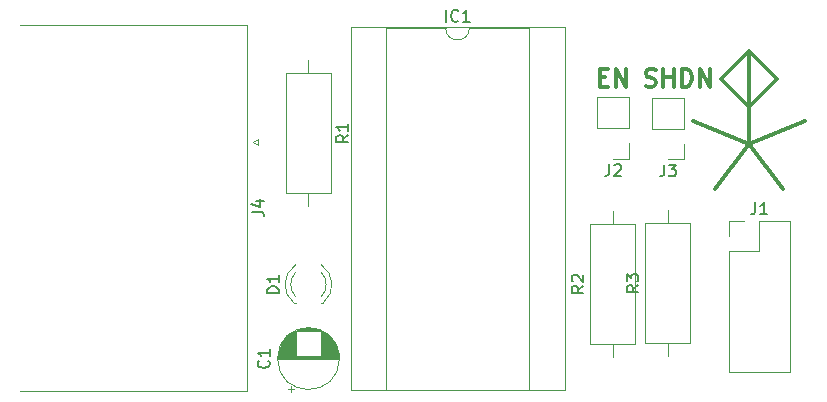
<source format=gbr>
G04 #@! TF.GenerationSoftware,KiCad,Pcbnew,(5.1.2-1)-1*
G04 #@! TF.CreationDate,2022-02-06T17:07:09+01:00*
G04 #@! TF.ProjectId,RS232interface,52533233-3269-46e7-9465-72666163652e,rev?*
G04 #@! TF.SameCoordinates,Original*
G04 #@! TF.FileFunction,Legend,Top*
G04 #@! TF.FilePolarity,Positive*
%FSLAX46Y46*%
G04 Gerber Fmt 4.6, Leading zero omitted, Abs format (unit mm)*
G04 Created by KiCad (PCBNEW (5.1.2-1)-1) date 2022-02-06 17:07:09*
%MOMM*%
%LPD*%
G04 APERTURE LIST*
%ADD10C,0.300000*%
%ADD11C,0.120000*%
%ADD12C,0.150000*%
G04 APERTURE END LIST*
D10*
X128200000Y-51207142D02*
X130580952Y-53588095D01*
X128200000Y-55969047D01*
X125819047Y-53588095D01*
X128200000Y-51207142D01*
X128200000Y-55969047D01*
X128200000Y-54297619D02*
X128200000Y-59059523D01*
X123438095Y-57154761D02*
X128200000Y-59059523D01*
X132961904Y-57154761D01*
X125342857Y-62869047D02*
X128200000Y-59059523D01*
X131057142Y-62869047D01*
X119450000Y-54157142D02*
X119664285Y-54228571D01*
X120021428Y-54228571D01*
X120164285Y-54157142D01*
X120235714Y-54085714D01*
X120307142Y-53942857D01*
X120307142Y-53800000D01*
X120235714Y-53657142D01*
X120164285Y-53585714D01*
X120021428Y-53514285D01*
X119735714Y-53442857D01*
X119592857Y-53371428D01*
X119521428Y-53300000D01*
X119450000Y-53157142D01*
X119450000Y-53014285D01*
X119521428Y-52871428D01*
X119592857Y-52800000D01*
X119735714Y-52728571D01*
X120092857Y-52728571D01*
X120307142Y-52800000D01*
X120950000Y-54228571D02*
X120950000Y-52728571D01*
X120950000Y-53442857D02*
X121807142Y-53442857D01*
X121807142Y-54228571D02*
X121807142Y-52728571D01*
X122521428Y-54228571D02*
X122521428Y-52728571D01*
X122878571Y-52728571D01*
X123092857Y-52800000D01*
X123235714Y-52942857D01*
X123307142Y-53085714D01*
X123378571Y-53371428D01*
X123378571Y-53585714D01*
X123307142Y-53871428D01*
X123235714Y-54014285D01*
X123092857Y-54157142D01*
X122878571Y-54228571D01*
X122521428Y-54228571D01*
X124021428Y-54228571D02*
X124021428Y-52728571D01*
X124878571Y-54228571D01*
X124878571Y-52728571D01*
X115542857Y-53442857D02*
X116042857Y-53442857D01*
X116257142Y-54228571D02*
X115542857Y-54228571D01*
X115542857Y-52728571D01*
X116257142Y-52728571D01*
X116900000Y-54228571D02*
X116900000Y-52728571D01*
X117757142Y-54228571D01*
X117757142Y-52728571D01*
D11*
X121300000Y-64700000D02*
X121300000Y-65810000D01*
X121300000Y-77060000D02*
X121300000Y-75950000D01*
X119380000Y-65810000D02*
X119380000Y-75950000D01*
X123220000Y-65810000D02*
X119380000Y-65810000D01*
X123220000Y-75950000D02*
X123220000Y-65810000D01*
X119380000Y-75950000D02*
X123220000Y-75950000D01*
X116650000Y-64750000D02*
X116650000Y-65860000D01*
X116650000Y-77110000D02*
X116650000Y-76000000D01*
X114730000Y-65860000D02*
X114730000Y-76000000D01*
X118570000Y-65860000D02*
X114730000Y-65860000D01*
X118570000Y-76000000D02*
X118570000Y-65860000D01*
X114730000Y-76000000D02*
X118570000Y-76000000D01*
X90900000Y-64350000D02*
X90900000Y-63240000D01*
X90900000Y-51990000D02*
X90900000Y-53100000D01*
X92820000Y-63240000D02*
X92820000Y-53100000D01*
X88980000Y-63240000D02*
X92820000Y-63240000D01*
X88980000Y-53100000D02*
X88980000Y-63240000D01*
X92820000Y-53100000D02*
X88980000Y-53100000D01*
X112580000Y-49210000D02*
X94460000Y-49210000D01*
X112580000Y-79930000D02*
X112580000Y-49210000D01*
X94460000Y-79930000D02*
X112580000Y-79930000D01*
X94460000Y-49210000D02*
X94460000Y-79930000D01*
X109580000Y-49270000D02*
X104520000Y-49270000D01*
X109580000Y-79870000D02*
X109580000Y-49270000D01*
X97460000Y-79870000D02*
X109580000Y-79870000D01*
X97460000Y-49270000D02*
X97460000Y-79870000D01*
X102520000Y-49270000D02*
X97460000Y-49270000D01*
X104520000Y-49270000D02*
G75*
G02X102520000Y-49270000I-1000000J0D01*
G01*
X86171325Y-58950000D02*
X86604338Y-58700000D01*
X86604338Y-59200000D02*
X86171325Y-58950000D01*
X86604338Y-58700000D02*
X86604338Y-59200000D01*
X85710000Y-79975000D02*
X66510000Y-79975000D01*
X85710000Y-49005000D02*
X85710000Y-79975000D01*
X66510000Y-49005000D02*
X85710000Y-49005000D01*
X122680000Y-60380000D02*
X121350000Y-60380000D01*
X122680000Y-59050000D02*
X122680000Y-60380000D01*
X122680000Y-57780000D02*
X120020000Y-57780000D01*
X120020000Y-57780000D02*
X120020000Y-55180000D01*
X122680000Y-57780000D02*
X122680000Y-55180000D01*
X122680000Y-55180000D02*
X120020000Y-55180000D01*
X118030000Y-60330000D02*
X116700000Y-60330000D01*
X118030000Y-59000000D02*
X118030000Y-60330000D01*
X118030000Y-57730000D02*
X115370000Y-57730000D01*
X115370000Y-57730000D02*
X115370000Y-55130000D01*
X118030000Y-57730000D02*
X118030000Y-55130000D01*
X118030000Y-55130000D02*
X115370000Y-55130000D01*
X126470000Y-65570000D02*
X127800000Y-65570000D01*
X126470000Y-66900000D02*
X126470000Y-65570000D01*
X129070000Y-65570000D02*
X131670000Y-65570000D01*
X129070000Y-68170000D02*
X129070000Y-65570000D01*
X126470000Y-68170000D02*
X129070000Y-68170000D01*
X131670000Y-65570000D02*
X131670000Y-78390000D01*
X126470000Y-68170000D02*
X126470000Y-78390000D01*
X126470000Y-78390000D02*
X131670000Y-78390000D01*
X91980000Y-72540000D02*
X92136000Y-72540000D01*
X89664000Y-72540000D02*
X89820000Y-72540000D01*
X91979837Y-69938870D02*
G75*
G02X91980000Y-72020961I-1079837J-1041130D01*
G01*
X89820163Y-69938870D02*
G75*
G03X89820000Y-72020961I1079837J-1041130D01*
G01*
X91978608Y-69307665D02*
G75*
G02X92135516Y-72540000I-1078608J-1672335D01*
G01*
X89821392Y-69307665D02*
G75*
G03X89664484Y-72540000I1078608J-1672335D01*
G01*
X89175000Y-79804775D02*
X89675000Y-79804775D01*
X89425000Y-80054775D02*
X89425000Y-79554775D01*
X90616000Y-74649000D02*
X91184000Y-74649000D01*
X90382000Y-74689000D02*
X91418000Y-74689000D01*
X90223000Y-74729000D02*
X91577000Y-74729000D01*
X90095000Y-74769000D02*
X91705000Y-74769000D01*
X89985000Y-74809000D02*
X91815000Y-74809000D01*
X89889000Y-74849000D02*
X91911000Y-74849000D01*
X89802000Y-74889000D02*
X91998000Y-74889000D01*
X89722000Y-74929000D02*
X92078000Y-74929000D01*
X91940000Y-74969000D02*
X92151000Y-74969000D01*
X89649000Y-74969000D02*
X89860000Y-74969000D01*
X91940000Y-75009000D02*
X92219000Y-75009000D01*
X89581000Y-75009000D02*
X89860000Y-75009000D01*
X91940000Y-75049000D02*
X92283000Y-75049000D01*
X89517000Y-75049000D02*
X89860000Y-75049000D01*
X91940000Y-75089000D02*
X92343000Y-75089000D01*
X89457000Y-75089000D02*
X89860000Y-75089000D01*
X91940000Y-75129000D02*
X92400000Y-75129000D01*
X89400000Y-75129000D02*
X89860000Y-75129000D01*
X91940000Y-75169000D02*
X92454000Y-75169000D01*
X89346000Y-75169000D02*
X89860000Y-75169000D01*
X91940000Y-75209000D02*
X92505000Y-75209000D01*
X89295000Y-75209000D02*
X89860000Y-75209000D01*
X91940000Y-75249000D02*
X92553000Y-75249000D01*
X89247000Y-75249000D02*
X89860000Y-75249000D01*
X91940000Y-75289000D02*
X92599000Y-75289000D01*
X89201000Y-75289000D02*
X89860000Y-75289000D01*
X91940000Y-75329000D02*
X92643000Y-75329000D01*
X89157000Y-75329000D02*
X89860000Y-75329000D01*
X91940000Y-75369000D02*
X92685000Y-75369000D01*
X89115000Y-75369000D02*
X89860000Y-75369000D01*
X91940000Y-75409000D02*
X92726000Y-75409000D01*
X89074000Y-75409000D02*
X89860000Y-75409000D01*
X91940000Y-75449000D02*
X92764000Y-75449000D01*
X89036000Y-75449000D02*
X89860000Y-75449000D01*
X91940000Y-75489000D02*
X92801000Y-75489000D01*
X88999000Y-75489000D02*
X89860000Y-75489000D01*
X91940000Y-75529000D02*
X92837000Y-75529000D01*
X88963000Y-75529000D02*
X89860000Y-75529000D01*
X91940000Y-75569000D02*
X92871000Y-75569000D01*
X88929000Y-75569000D02*
X89860000Y-75569000D01*
X91940000Y-75609000D02*
X92904000Y-75609000D01*
X88896000Y-75609000D02*
X89860000Y-75609000D01*
X91940000Y-75649000D02*
X92935000Y-75649000D01*
X88865000Y-75649000D02*
X89860000Y-75649000D01*
X91940000Y-75689000D02*
X92965000Y-75689000D01*
X88835000Y-75689000D02*
X89860000Y-75689000D01*
X91940000Y-75729000D02*
X92995000Y-75729000D01*
X88805000Y-75729000D02*
X89860000Y-75729000D01*
X91940000Y-75769000D02*
X93022000Y-75769000D01*
X88778000Y-75769000D02*
X89860000Y-75769000D01*
X91940000Y-75809000D02*
X93049000Y-75809000D01*
X88751000Y-75809000D02*
X89860000Y-75809000D01*
X91940000Y-75849000D02*
X93075000Y-75849000D01*
X88725000Y-75849000D02*
X89860000Y-75849000D01*
X91940000Y-75889000D02*
X93100000Y-75889000D01*
X88700000Y-75889000D02*
X89860000Y-75889000D01*
X91940000Y-75929000D02*
X93124000Y-75929000D01*
X88676000Y-75929000D02*
X89860000Y-75929000D01*
X91940000Y-75969000D02*
X93147000Y-75969000D01*
X88653000Y-75969000D02*
X89860000Y-75969000D01*
X91940000Y-76009000D02*
X93168000Y-76009000D01*
X88632000Y-76009000D02*
X89860000Y-76009000D01*
X91940000Y-76049000D02*
X93190000Y-76049000D01*
X88610000Y-76049000D02*
X89860000Y-76049000D01*
X91940000Y-76089000D02*
X93210000Y-76089000D01*
X88590000Y-76089000D02*
X89860000Y-76089000D01*
X91940000Y-76129000D02*
X93229000Y-76129000D01*
X88571000Y-76129000D02*
X89860000Y-76129000D01*
X91940000Y-76169000D02*
X93248000Y-76169000D01*
X88552000Y-76169000D02*
X89860000Y-76169000D01*
X91940000Y-76209000D02*
X93265000Y-76209000D01*
X88535000Y-76209000D02*
X89860000Y-76209000D01*
X91940000Y-76249000D02*
X93282000Y-76249000D01*
X88518000Y-76249000D02*
X89860000Y-76249000D01*
X91940000Y-76289000D02*
X93298000Y-76289000D01*
X88502000Y-76289000D02*
X89860000Y-76289000D01*
X91940000Y-76329000D02*
X93314000Y-76329000D01*
X88486000Y-76329000D02*
X89860000Y-76329000D01*
X91940000Y-76369000D02*
X93328000Y-76369000D01*
X88472000Y-76369000D02*
X89860000Y-76369000D01*
X91940000Y-76409000D02*
X93342000Y-76409000D01*
X88458000Y-76409000D02*
X89860000Y-76409000D01*
X91940000Y-76449000D02*
X93355000Y-76449000D01*
X88445000Y-76449000D02*
X89860000Y-76449000D01*
X91940000Y-76489000D02*
X93368000Y-76489000D01*
X88432000Y-76489000D02*
X89860000Y-76489000D01*
X91940000Y-76529000D02*
X93380000Y-76529000D01*
X88420000Y-76529000D02*
X89860000Y-76529000D01*
X91940000Y-76570000D02*
X93391000Y-76570000D01*
X88409000Y-76570000D02*
X89860000Y-76570000D01*
X91940000Y-76610000D02*
X93401000Y-76610000D01*
X88399000Y-76610000D02*
X89860000Y-76610000D01*
X91940000Y-76650000D02*
X93411000Y-76650000D01*
X88389000Y-76650000D02*
X89860000Y-76650000D01*
X91940000Y-76690000D02*
X93420000Y-76690000D01*
X88380000Y-76690000D02*
X89860000Y-76690000D01*
X91940000Y-76730000D02*
X93428000Y-76730000D01*
X88372000Y-76730000D02*
X89860000Y-76730000D01*
X91940000Y-76770000D02*
X93436000Y-76770000D01*
X88364000Y-76770000D02*
X89860000Y-76770000D01*
X91940000Y-76810000D02*
X93443000Y-76810000D01*
X88357000Y-76810000D02*
X89860000Y-76810000D01*
X91940000Y-76850000D02*
X93450000Y-76850000D01*
X88350000Y-76850000D02*
X89860000Y-76850000D01*
X91940000Y-76890000D02*
X93456000Y-76890000D01*
X88344000Y-76890000D02*
X89860000Y-76890000D01*
X91940000Y-76930000D02*
X93461000Y-76930000D01*
X88339000Y-76930000D02*
X89860000Y-76930000D01*
X91940000Y-76970000D02*
X93465000Y-76970000D01*
X88335000Y-76970000D02*
X89860000Y-76970000D01*
X91940000Y-77010000D02*
X93469000Y-77010000D01*
X88331000Y-77010000D02*
X89860000Y-77010000D01*
X88327000Y-77050000D02*
X93473000Y-77050000D01*
X88324000Y-77090000D02*
X93476000Y-77090000D01*
X88322000Y-77130000D02*
X93478000Y-77130000D01*
X88321000Y-77170000D02*
X93479000Y-77170000D01*
X88320000Y-77210000D02*
X93480000Y-77210000D01*
X88320000Y-77250000D02*
X93480000Y-77250000D01*
X93520000Y-77250000D02*
G75*
G03X93520000Y-77250000I-2620000J0D01*
G01*
D12*
X118832380Y-71046666D02*
X118356190Y-71380000D01*
X118832380Y-71618095D02*
X117832380Y-71618095D01*
X117832380Y-71237142D01*
X117880000Y-71141904D01*
X117927619Y-71094285D01*
X118022857Y-71046666D01*
X118165714Y-71046666D01*
X118260952Y-71094285D01*
X118308571Y-71141904D01*
X118356190Y-71237142D01*
X118356190Y-71618095D01*
X117832380Y-70713333D02*
X117832380Y-70094285D01*
X118213333Y-70427619D01*
X118213333Y-70284761D01*
X118260952Y-70189523D01*
X118308571Y-70141904D01*
X118403809Y-70094285D01*
X118641904Y-70094285D01*
X118737142Y-70141904D01*
X118784761Y-70189523D01*
X118832380Y-70284761D01*
X118832380Y-70570476D01*
X118784761Y-70665714D01*
X118737142Y-70713333D01*
X114182380Y-71096666D02*
X113706190Y-71430000D01*
X114182380Y-71668095D02*
X113182380Y-71668095D01*
X113182380Y-71287142D01*
X113230000Y-71191904D01*
X113277619Y-71144285D01*
X113372857Y-71096666D01*
X113515714Y-71096666D01*
X113610952Y-71144285D01*
X113658571Y-71191904D01*
X113706190Y-71287142D01*
X113706190Y-71668095D01*
X113277619Y-70715714D02*
X113230000Y-70668095D01*
X113182380Y-70572857D01*
X113182380Y-70334761D01*
X113230000Y-70239523D01*
X113277619Y-70191904D01*
X113372857Y-70144285D01*
X113468095Y-70144285D01*
X113610952Y-70191904D01*
X114182380Y-70763333D01*
X114182380Y-70144285D01*
X94272380Y-58336666D02*
X93796190Y-58670000D01*
X94272380Y-58908095D02*
X93272380Y-58908095D01*
X93272380Y-58527142D01*
X93320000Y-58431904D01*
X93367619Y-58384285D01*
X93462857Y-58336666D01*
X93605714Y-58336666D01*
X93700952Y-58384285D01*
X93748571Y-58431904D01*
X93796190Y-58527142D01*
X93796190Y-58908095D01*
X94272380Y-57384285D02*
X94272380Y-57955714D01*
X94272380Y-57670000D02*
X93272380Y-57670000D01*
X93415238Y-57765238D01*
X93510476Y-57860476D01*
X93558095Y-57955714D01*
X102543809Y-48722380D02*
X102543809Y-47722380D01*
X103591428Y-48627142D02*
X103543809Y-48674761D01*
X103400952Y-48722380D01*
X103305714Y-48722380D01*
X103162857Y-48674761D01*
X103067619Y-48579523D01*
X103020000Y-48484285D01*
X102972380Y-48293809D01*
X102972380Y-48150952D01*
X103020000Y-47960476D01*
X103067619Y-47865238D01*
X103162857Y-47770000D01*
X103305714Y-47722380D01*
X103400952Y-47722380D01*
X103543809Y-47770000D01*
X103591428Y-47817619D01*
X104543809Y-48722380D02*
X103972380Y-48722380D01*
X104258095Y-48722380D02*
X104258095Y-47722380D01*
X104162857Y-47865238D01*
X104067619Y-47960476D01*
X103972380Y-48008095D01*
X86102380Y-64823333D02*
X86816666Y-64823333D01*
X86959523Y-64870952D01*
X87054761Y-64966190D01*
X87102380Y-65109047D01*
X87102380Y-65204285D01*
X86435714Y-63918571D02*
X87102380Y-63918571D01*
X86054761Y-64156666D02*
X86769047Y-64394761D01*
X86769047Y-63775714D01*
X121016666Y-60832380D02*
X121016666Y-61546666D01*
X120969047Y-61689523D01*
X120873809Y-61784761D01*
X120730952Y-61832380D01*
X120635714Y-61832380D01*
X121397619Y-60832380D02*
X122016666Y-60832380D01*
X121683333Y-61213333D01*
X121826190Y-61213333D01*
X121921428Y-61260952D01*
X121969047Y-61308571D01*
X122016666Y-61403809D01*
X122016666Y-61641904D01*
X121969047Y-61737142D01*
X121921428Y-61784761D01*
X121826190Y-61832380D01*
X121540476Y-61832380D01*
X121445238Y-61784761D01*
X121397619Y-61737142D01*
X116366666Y-60782380D02*
X116366666Y-61496666D01*
X116319047Y-61639523D01*
X116223809Y-61734761D01*
X116080952Y-61782380D01*
X115985714Y-61782380D01*
X116795238Y-60877619D02*
X116842857Y-60830000D01*
X116938095Y-60782380D01*
X117176190Y-60782380D01*
X117271428Y-60830000D01*
X117319047Y-60877619D01*
X117366666Y-60972857D01*
X117366666Y-61068095D01*
X117319047Y-61210952D01*
X116747619Y-61782380D01*
X117366666Y-61782380D01*
X128736666Y-64022380D02*
X128736666Y-64736666D01*
X128689047Y-64879523D01*
X128593809Y-64974761D01*
X128450952Y-65022380D01*
X128355714Y-65022380D01*
X129736666Y-65022380D02*
X129165238Y-65022380D01*
X129450952Y-65022380D02*
X129450952Y-64022380D01*
X129355714Y-64165238D01*
X129260476Y-64260476D01*
X129165238Y-64308095D01*
X88392380Y-71718095D02*
X87392380Y-71718095D01*
X87392380Y-71480000D01*
X87440000Y-71337142D01*
X87535238Y-71241904D01*
X87630476Y-71194285D01*
X87820952Y-71146666D01*
X87963809Y-71146666D01*
X88154285Y-71194285D01*
X88249523Y-71241904D01*
X88344761Y-71337142D01*
X88392380Y-71480000D01*
X88392380Y-71718095D01*
X88392380Y-70194285D02*
X88392380Y-70765714D01*
X88392380Y-70480000D02*
X87392380Y-70480000D01*
X87535238Y-70575238D01*
X87630476Y-70670476D01*
X87678095Y-70765714D01*
X87507142Y-77416666D02*
X87554761Y-77464285D01*
X87602380Y-77607142D01*
X87602380Y-77702380D01*
X87554761Y-77845238D01*
X87459523Y-77940476D01*
X87364285Y-77988095D01*
X87173809Y-78035714D01*
X87030952Y-78035714D01*
X86840476Y-77988095D01*
X86745238Y-77940476D01*
X86650000Y-77845238D01*
X86602380Y-77702380D01*
X86602380Y-77607142D01*
X86650000Y-77464285D01*
X86697619Y-77416666D01*
X87602380Y-76464285D02*
X87602380Y-77035714D01*
X87602380Y-76750000D02*
X86602380Y-76750000D01*
X86745238Y-76845238D01*
X86840476Y-76940476D01*
X86888095Y-77035714D01*
M02*

</source>
